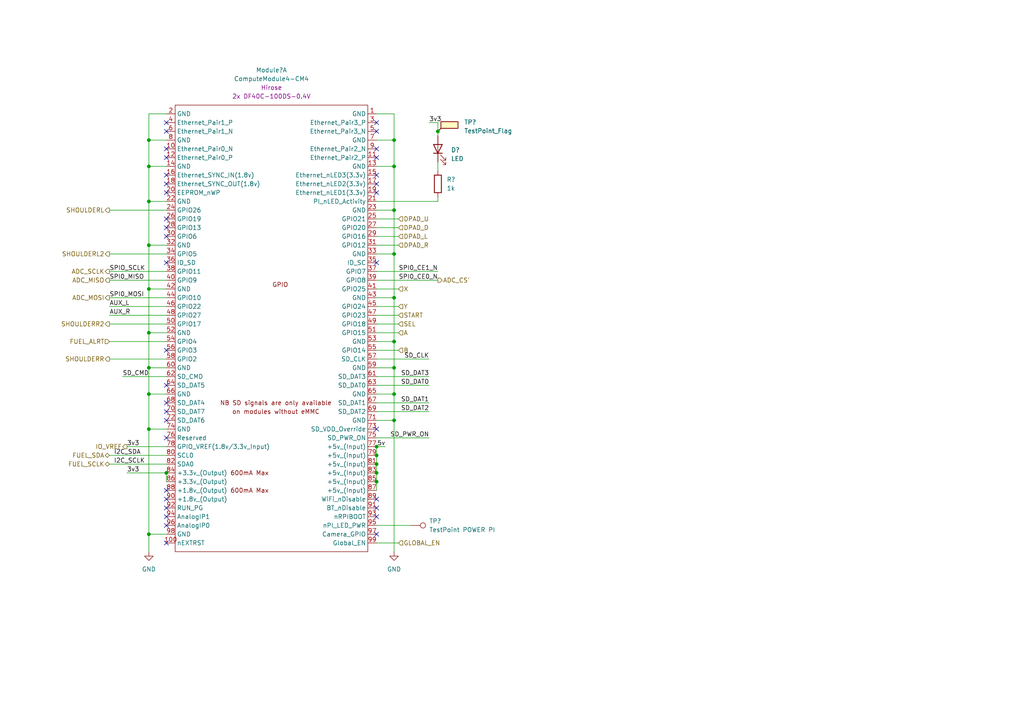
<source format=kicad_sch>
(kicad_sch (version 20211123) (generator eeschema)
  (paper "A4")
  (title_block (date "2022-05-14") (rev "Rev1") (comment 1 "https://github.com/cinnamondev/gamepithing"))
  (lib_symbols
    (symbol "CM4IO:ComputeModule4-CM4"
      (property "Reference" "Module" (at 113.03 -68.58 0))
      (property "Value" "ComputeModule4-CM4" (at 140.97 2.54 0))
      (property "Field4" "Hirose" (at 0 0 0))
      (property "Field5" "2x DF40C-100DS-0.4V" (at 0 -2.54 0))
      (symbol "ComputeModule4-CM4_1_0"
        (text "GPIO" (at 0 6.35 0) (effects (font (size 1.27 1.27))))
      )
      (symbol "ComputeModule4-CM4_1_1"
        (rectangle (start -30.48 -71.12) (end 25.4 58.42))
        (text "600mA Max" (at -8.89 -53.34 0) (effects (font (size 1.27 1.27))))
        (text "600mA Max" (at -8.89 -48.26 0) (effects (font (size 1.27 1.27))))
        (text "NB SD signals are only available" (at -1.27 -27.94 0) (effects (font (size 1.27 1.27))))
        (text "on modules without eMMC" (at -1.27 -30.48 0) (effects (font (size 1.27 1.27))))
        (pin power_in line (at 27.94 55.88 180) (length 2.54) (name "GND") (number "1"))
        (pin passive line (at -33.02 45.72 0) (length 2.54) (name "Ethernet_Pair0_N") (number "10"))
        (pin output line (at -33.02 -68.58 0) (length 2.54) (name "nEXTRST") (number "100"))
        (pin passive line (at 27.94 43.18 180) (length 2.54) (name "Ethernet_Pair2_P") (number "11"))
        (pin passive line (at -33.02 43.18 0) (length 2.54) (name "Ethernet_Pair0_P") (number "12"))
        (pin power_in line (at 27.94 40.64 180) (length 2.54) (name "GND") (number "13"))
        (pin power_in line (at -33.02 40.64 0) (length 2.54) (name "GND") (number "14"))
        (pin output line (at 27.94 38.1 180) (length 2.54) (name "Ethernet_nLED3(3.3v)") (number "15"))
        (pin input line (at -33.02 38.1 0) (length 2.54) (name "Ethernet_SYNC_IN(1.8v)") (number "16"))
        (pin output line (at 27.94 35.56 180) (length 2.54) (name "Ethernet_nLED2(3.3v)") (number "17"))
        (pin input line (at -33.02 35.56 0) (length 2.54) (name "Ethernet_SYNC_OUT(1.8v)") (number "18"))
        (pin output line (at 27.94 33.02 180) (length 2.54) (name "Ethernet_nLED1(3.3v)") (number "19"))
        (pin power_in line (at -33.02 55.88 0) (length 2.54) (name "GND") (number "2"))
        (pin passive line (at -33.02 33.02 0) (length 2.54) (name "EEPROM_nWP") (number "20"))
        (pin open_collector line (at 27.94 30.48 180) (length 2.54) (name "PI_nLED_Activity") (number "21"))
        (pin power_in line (at -33.02 30.48 0) (length 2.54) (name "GND") (number "22"))
        (pin power_in line (at 27.94 27.94 180) (length 2.54) (name "GND") (number "23"))
        (pin passive line (at -33.02 27.94 0) (length 2.54) (name "GPIO26") (number "24"))
        (pin passive line (at 27.94 25.4 180) (length 2.54) (name "GPIO21") (number "25"))
        (pin passive line (at -33.02 25.4 0) (length 2.54) (name "GPIO19") (number "26"))
        (pin passive line (at 27.94 22.86 180) (length 2.54) (name "GPIO20") (number "27"))
        (pin passive line (at -33.02 22.86 0) (length 2.54) (name "GPIO13") (number "28"))
        (pin passive line (at 27.94 20.32 180) (length 2.54) (name "GPIO16") (number "29"))
        (pin passive line (at 27.94 53.34 180) (length 2.54) (name "Ethernet_Pair3_P") (number "3"))
        (pin passive line (at -33.02 20.32 0) (length 2.54) (name "GPIO6") (number "30"))
        (pin passive line (at 27.94 17.78 180) (length 2.54) (name "GPIO12") (number "31"))
        (pin power_in line (at -33.02 17.78 0) (length 2.54) (name "GND") (number "32"))
        (pin power_in line (at 27.94 15.24 180) (length 2.54) (name "GND") (number "33"))
        (pin passive line (at -33.02 15.24 0) (length 2.54) (name "GPIO5") (number "34"))
        (pin passive line (at 27.94 12.7 180) (length 2.54) (name "ID_SC") (number "35"))
        (pin passive line (at -33.02 12.7 0) (length 2.54) (name "ID_SD") (number "36"))
        (pin passive line (at 27.94 10.16 180) (length 2.54) (name "GPIO7") (number "37"))
        (pin passive line (at -33.02 10.16 0) (length 2.54) (name "GPIO11") (number "38"))
        (pin passive line (at 27.94 7.62 180) (length 2.54) (name "GPIO8") (number "39"))
        (pin passive line (at -33.02 53.34 0) (length 2.54) (name "Ethernet_Pair1_P") (number "4"))
        (pin passive line (at -33.02 7.62 0) (length 2.54) (name "GPIO9") (number "40"))
        (pin passive line (at 27.94 5.08 180) (length 2.54) (name "GPIO25") (number "41"))
        (pin power_in line (at -33.02 5.08 0) (length 2.54) (name "GND") (number "42"))
        (pin power_in line (at 27.94 2.54 180) (length 2.54) (name "GND") (number "43"))
        (pin passive line (at -33.02 2.54 0) (length 2.54) (name "GPIO10") (number "44"))
        (pin passive line (at 27.94 0 180) (length 2.54) (name "GPIO24") (number "45"))
        (pin passive line (at -33.02 0 0) (length 2.54) (name "GPIO22") (number "46"))
        (pin passive line (at 27.94 -2.54 180) (length 2.54) (name "GPIO23") (number "47"))
        (pin passive line (at -33.02 -2.54 0) (length 2.54) (name "GPIO27") (number "48"))
        (pin passive line (at 27.94 -5.08 180) (length 2.54) (name "GPIO18") (number "49"))
        (pin passive line (at 27.94 50.8 180) (length 2.54) (name "Ethernet_Pair3_N") (number "5"))
        (pin passive line (at -33.02 -5.08 0) (length 2.54) (name "GPIO17") (number "50"))
        (pin passive line (at 27.94 -7.62 180) (length 2.54) (name "GPIO15") (number "51"))
        (pin power_in line (at -33.02 -7.62 0) (length 2.54) (name "GND") (number "52"))
        (pin power_in line (at 27.94 -10.16 180) (length 2.54) (name "GND") (number "53"))
        (pin passive line (at -33.02 -10.16 0) (length 2.54) (name "GPIO4") (number "54"))
        (pin passive line (at 27.94 -12.7 180) (length 2.54) (name "GPIO14") (number "55"))
        (pin passive line (at -33.02 -12.7 0) (length 2.54) (name "GPIO3") (number "56"))
        (pin passive line (at 27.94 -15.24 180) (length 2.54) (name "SD_CLK") (number "57"))
        (pin passive line (at -33.02 -15.24 0) (length 2.54) (name "GPIO2") (number "58"))
        (pin power_in line (at 27.94 -17.78 180) (length 2.54) (name "GND") (number "59"))
        (pin passive line (at -33.02 50.8 0) (length 2.54) (name "Ethernet_Pair1_N") (number "6"))
        (pin power_in line (at -33.02 -17.78 0) (length 2.54) (name "GND") (number "60"))
        (pin passive line (at 27.94 -20.32 180) (length 2.54) (name "SD_DAT3") (number "61"))
        (pin passive line (at -33.02 -20.32 0) (length 2.54) (name "SD_CMD") (number "62"))
        (pin passive line (at 27.94 -22.86 180) (length 2.54) (name "SD_DAT0") (number "63"))
        (pin passive line (at -33.02 -22.86 0) (length 2.54) (name "SD_DAT5") (number "64"))
        (pin power_in line (at 27.94 -25.4 180) (length 2.54) (name "GND") (number "65"))
        (pin power_in line (at -33.02 -25.4 0) (length 2.54) (name "GND") (number "66"))
        (pin passive line (at 27.94 -27.94 180) (length 2.54) (name "SD_DAT1") (number "67"))
        (pin passive line (at -33.02 -27.94 0) (length 2.54) (name "SD_DAT4") (number "68"))
        (pin passive line (at 27.94 -30.48 180) (length 2.54) (name "SD_DAT2") (number "69"))
        (pin power_in line (at 27.94 48.26 180) (length 2.54) (name "GND") (number "7"))
        (pin passive line (at -33.02 -30.48 0) (length 2.54) (name "SD_DAT7") (number "70"))
        (pin power_in line (at 27.94 -33.02 180) (length 2.54) (name "GND") (number "71"))
        (pin passive line (at -33.02 -33.02 0) (length 2.54) (name "SD_DAT6") (number "72"))
        (pin input line (at 27.94 -35.56 180) (length 2.54) (name "SD_VDD_Override") (number "73"))
        (pin power_in line (at -33.02 -35.56 0) (length 2.54) (name "GND") (number "74"))
        (pin output line (at 27.94 -38.1 180) (length 2.54) (name "SD_PWR_ON") (number "75"))
        (pin passive line (at -33.02 -38.1 0) (length 2.54) (name "Reserved") (number "76"))
        (pin power_in line (at 27.94 -40.64 180) (length 2.54) (name "+5v_(Input)") (number "77"))
        (pin power_in line (at -33.02 -40.64 0) (length 2.54) (name "GPIO_VREF(1.8v/3.3v_Input)") (number "78"))
        (pin power_in line (at 27.94 -43.18 180) (length 2.54) (name "+5v_(Input)") (number "79"))
        (pin power_in line (at -33.02 48.26 0) (length 2.54) (name "GND") (number "8"))
        (pin passive line (at -33.02 -43.18 0) (length 2.54) (name "SCL0") (number "80"))
        (pin power_in line (at 27.94 -45.72 180) (length 2.54) (name "+5v_(Input)") (number "81"))
        (pin passive line (at -33.02 -45.72 0) (length 2.54) (name "SDA0") (number "82"))
        (pin power_in line (at 27.94 -48.26 180) (length 2.54) (name "+5v_(Input)") (number "83"))
        (pin power_out line (at -33.02 -48.26 0) (length 2.54) (name "+3.3v_(Output)") (number "84"))
        (pin power_in line (at 27.94 -50.8 180) (length 2.54) (name "+5v_(Input)") (number "85"))
        (pin power_out line (at -33.02 -50.8 0) (length 2.54) (name "+3.3v_(Output)") (number "86"))
        (pin power_in line (at 27.94 -53.34 180) (length 2.54) (name "+5v_(Input)") (number "87"))
        (pin power_out line (at -33.02 -53.34 0) (length 2.54) (name "+1.8v_(Output)") (number "88"))
        (pin power_in line (at 27.94 -55.88 180) (length 2.54) (name "WiFi_nDisable") (number "89"))
        (pin passive line (at 27.94 45.72 180) (length 2.54) (name "Ethernet_Pair2_N") (number "9"))
        (pin power_out line (at -33.02 -55.88 0) (length 2.54) (name "+1.8v_(Output)") (number "90"))
        (pin power_in line (at 27.94 -58.42 180) (length 2.54) (name "BT_nDisable") (number "91"))
        (pin passive line (at -33.02 -58.42 0) (length 2.54) (name "RUN_PG") (number "92"))
        (pin input line (at 27.94 -60.96 180) (length 2.54) (name "nRPIBOOT") (number "93"))
        (pin passive line (at -33.02 -60.96 0) (length 2.54) (name "AnalogIP1") (number "94"))
        (pin output line (at 27.94 -63.5 180) (length 2.54) (name "nPI_LED_PWR") (number "95"))
        (pin passive line (at -33.02 -63.5 0) (length 2.54) (name "AnalogIP0") (number "96"))
        (pin passive line (at 27.94 -66.04 180) (length 2.54) (name "Camera_GPIO") (number "97"))
        (pin power_in line (at -33.02 -66.04 0) (length 2.54) (name "GND") (number "98"))
        (pin input line (at 27.94 -68.58 180) (length 2.54) (name "Global_EN") (number "99"))
      )
      (symbol "ComputeModule4-CM4_2_1"
        (rectangle (start 114.3 -66.04) (end 165.1 63.5))
        (text "High Speed Serial" (at 140.97 0 0) (effects (font (size 1.27 1.27))))
        (pin input line (at 170.18 60.96 180) (length 5.08) (name "USB_OTG_ID") (number "101"))
        (pin input line (at 109.22 60.96 0) (length 5.08) (name "PCIe_CLK_nREQ") (number "102"))
        (pin passive line (at 170.18 58.42 180) (length 5.08) (name "USB2_N") (number "103"))
        (pin passive line (at 109.22 58.42 0) (length 5.08) (name "Reserved") (number "104"))
        (pin passive line (at 170.18 55.88 180) (length 5.08) (name "USB2_P") (number "105"))
        (pin passive line (at 109.22 55.88 0) (length 5.08) (name "Reserved") (number "106"))
        (pin power_in line (at 170.18 53.34 180) (length 5.08) (name "GND") (number "107"))
        (pin power_in line (at 109.22 53.34 0) (length 5.08) (name "GND") (number "108"))
        (pin bidirectional line (at 170.18 50.8 180) (length 5.08) (name "PCIe_nRST") (number "109"))
        (pin output line (at 109.22 50.8 0) (length 5.08) (name "PCIe_CLK_P") (number "110"))
        (pin passive line (at 170.18 48.26 180) (length 5.08) (name "VDAC_COMP") (number "111"))
        (pin output line (at 109.22 48.26 0) (length 5.08) (name "PCIe_CLK_N") (number "112"))
        (pin power_in line (at 170.18 45.72 180) (length 5.08) (name "GND") (number "113"))
        (pin power_in line (at 109.22 45.72 0) (length 5.08) (name "GND") (number "114"))
        (pin input line (at 170.18 43.18 180) (length 5.08) (name "CAM1_D0_N") (number "115"))
        (pin input line (at 109.22 43.18 0) (length 5.08) (name "PCIe_RX_P") (number "116"))
        (pin input line (at 170.18 40.64 180) (length 5.08) (name "CAM1_D0_P") (number "117"))
        (pin input line (at 109.22 40.64 0) (length 5.08) (name "PCIe_RX_N") (number "118"))
        (pin power_in line (at 170.18 38.1 180) (length 5.08) (name "GND") (number "119"))
        (pin power_in line (at 109.22 38.1 0) (length 5.08) (name "GND") (number "120"))
        (pin input line (at 170.18 35.56 180) (length 5.08) (name "CAM1_D1_N") (number "121"))
        (pin output line (at 109.22 35.56 0) (length 5.08) (name "PCIe_TX_P") (number "122"))
        (pin input line (at 170.18 33.02 180) (length 5.08) (name "CAM1_D1_P") (number "123"))
        (pin output line (at 109.22 33.02 0) (length 5.08) (name "PCIe_TX_N") (number "124"))
        (pin power_in line (at 170.18 30.48 180) (length 5.08) (name "GND") (number "125"))
        (pin power_in line (at 109.22 30.48 0) (length 5.08) (name "GND") (number "126"))
        (pin input line (at 170.18 27.94 180) (length 5.08) (name "CAM1_C_N") (number "127"))
        (pin input line (at 109.22 27.94 0) (length 5.08) (name "CAM0_D0_N") (number "128"))
        (pin input line (at 170.18 25.4 180) (length 5.08) (name "CAM1_C_P") (number "129"))
        (pin input line (at 109.22 25.4 0) (length 5.08) (name "CAM0_D0_P") (number "130"))
        (pin power_in line (at 170.18 22.86 180) (length 5.08) (name "GND") (number "131"))
        (pin power_in line (at 109.22 22.86 0) (length 5.08) (name "GND") (number "132"))
        (pin input line (at 170.18 20.32 180) (length 5.08) (name "CAM1_D2_N") (number "133"))
        (pin input line (at 109.22 20.32 0) (length 5.08) (name "CAM0_D1_N") (number "134"))
        (pin input line (at 170.18 17.78 180) (length 5.08) (name "CAM1_D2_P") (number "135"))
        (pin input line (at 109.22 17.78 0) (length 5.08) (name "CAM0_D1_P") (number "136"))
        (pin power_in line (at 170.18 15.24 180) (length 5.08) (name "GND") (number "137"))
        (pin power_in line (at 109.22 15.24 0) (length 5.08) (name "GND") (number "138"))
        (pin input line (at 170.18 12.7 180) (length 5.08) (name "CAM1_D3_N") (number "139"))
        (pin input line (at 109.22 12.7 0) (length 5.08) (name "CAM0_C_N") (number "140"))
        (pin input line (at 170.18 10.16 180) (length 5.08) (name "CAM1_D3_P") (number "141"))
        (pin input line (at 109.22 10.16 0) (length 5.08) (name "CAM0_C_P") (number "142"))
        (pin input line (at 170.18 7.62 180) (length 5.08) (name "HDMI1_HOTPLUG") (number "143"))
        (pin power_in line (at 109.22 7.62 0) (length 5.08) (name "GND") (number "144"))
        (pin bidirectional line (at 170.18 5.08 180) (length 5.08) (name "HDMI1_SDA") (number "145"))
        (pin output line (at 109.22 5.08 0) (length 5.08) (name "HDMI1_TX2_P") (number "146"))
        (pin open_collector line (at 170.18 2.54 180) (length 5.08) (name "HDMI1_SCL") (number "147"))
        (pin output line (at 109.22 2.54 0) (length 5.08) (name "HDMI1_TX2_N") (number "148"))
        (pin open_collector line (at 170.18 0 180) (length 5.08) (name "HDMI1_CEC") (number "149"))
        (pin power_in line (at 109.22 0 0) (length 5.08) (name "GND") (number "150"))
        (pin open_collector line (at 170.18 -2.54 180) (length 5.08) (name "HDMI0_CEC") (number "151"))
        (pin output line (at 109.22 -2.54 0) (length 5.08) (name "HDMI1_TX1_P") (number "152"))
        (pin input line (at 170.18 -5.08 180) (length 5.08) (name "HDMI0_HOTPLUG") (number "153"))
        (pin output line (at 109.22 -5.08 0) (length 5.08) (name "HDMI1_TX1_N") (number "154"))
        (pin power_in line (at 170.18 -7.62 180) (length 5.08) (name "GND") (number "155"))
        (pin power_in line (at 109.22 -7.62 0) (length 5.08) (name "GND") (number "156"))
        (pin output line (at 170.18 -10.16 180) (length 5.08) (name "DSI0_D0_N") (number "157"))
        (pin output line (at 109.22 -10.16 0) (length 5.08) (name "HDMI1_TX0_P") (number "158"))
        (pin output line (at 170.18 -12.7 180) (length 5.08) (name "DSI0_D0_P") (number "159"))
        (pin output line (at 109.22 -12.7 0) (length 5.08) (name "HDMI1_TX0_N") (number "160"))
        (pin power_in line (at 170.18 -15.24 180) (length 5.08) (name "GND") (number "161"))
        (pin power_in line (at 109.22 -15.24 0) (length 5.08) (name "GND") (number "162"))
        (pin output line (at 170.18 -17.78 180) (length 5.08) (name "DSI0_D1_N") (number "163"))
        (pin output line (at 109.22 -17.78 0) (length 5.08) (name "HDMI1_CLK_P") (number "164"))
        (pin output line (at 170.18 -20.32 180) (length 5.08) (name "DSI0_D1_P") (number "165"))
        (pin output line (at 109.22 -20.32 0) (length 5.08) (name "HDMI1_CLK_N") (number "166"))
        (pin power_in line (at 170.18 -22.86 180) (length 5.08) (name "GND") (number "167"))
        (pin power_in line (at 109.22 -22.86 0) (length 5.08) (name "GND") (number "168"))
        (pin output line (at 170.18 -25.4 180) (length 5.08) (name "DSI0_C_N") (number "169"))
        (pin output line (at 109.22 -25.4 0) (length 5.08) (name "HDMI0_TX2_P") (number "170"))
        (pin output line (at 170.18 -27.94 180) (length 5.08) (name "DSI0_C_P") (number "171"))
        (pin output line (at 109.22 -27.94 0) (length 5.08) (name "HDMI0_TX2_N") (number "172"))
        (pin power_in line (at 170.18 -30.48 180) (length 5.08) (name "GND") (number "173"))
        (pin power_in line (at 109.22 -30.48 0) (length 5.08) (name "GND") (number "174"))
        (pin output line (at 170.18 -33.02 180) (length 5.08) (name "DSI1_D0_N") (number "175"))
        (pin output line (at 109.22 -33.02 0) (length 5.08) (name "HDMI0_TX1_P") (number "176"))
        (pin output line (at 170.18 -35.56 180) (length 5.08) (name "DSI1_D0_P") (number "177"))
        (pin output line (at 109.22 -35.56 0) (length 5.08) (name "HDMI0_TX1_N") (number "178"))
        (pin power_in line (at 170.18 -38.1 180) (length 5.08) (name "GND") (number "179"))
        (pin power_in line (at 109.22 -38.1 0) (length 5.08) (name "GND") (number "180"))
        (pin output line (at 170.18 -40.64 180) (length 5.08) (name "DSI1_D1_N") (number "181"))
        (pin output line (at 109.22 -40.64 0) (length 5.08) (name "HDMI0_TX0_P") (number "182"))
        (pin output line (at 170.18 -43.18 180) (length 5.08) (name "DSI1_D1_P") (number "183"))
        (pin output line (at 109.22 -43.18 0) (length 5.08) (name "HDMI0_TX0_N") (number "184"))
        (pin power_in line (at 170.18 -45.72 180) (length 5.08) (name "GND") (number "185"))
        (pin power_in line (at 109.22 -45.72 0) (length 5.08) (name "GND") (number "186"))
        (pin output line (at 170.18 -48.26 180) (length 5.08) (name "DSI1_C_N") (number "187"))
        (pin output line (at 109.22 -48.26 0) (length 5.08) (name "HDMI0_CLK_P") (number "188"))
        (pin output line (at 170.18 -50.8 180) (length 5.08) (name "DSI1_C_P") (number "189"))
        (pin output line (at 109.22 -50.8 0) (length 5.08) (name "HDMI0_CLK_N") (number "190"))
        (pin power_in line (at 170.18 -53.34 180) (length 5.08) (name "GND") (number "191"))
        (pin power_in line (at 109.22 -53.34 0) (length 5.08) (name "GND") (number "192"))
        (pin output line (at 170.18 -55.88 180) (length 5.08) (name "DSI1_D2_N") (number "193"))
        (pin output line (at 109.22 -55.88 0) (length 5.08) (name "DSI1_D3_N") (number "194"))
        (pin output line (at 170.18 -58.42 180) (length 5.08) (name "DSI1_D2_P") (number "195"))
        (pin output line (at 109.22 -58.42 0) (length 5.08) (name "DSI1_D3_P") (number "196"))
        (pin power_in line (at 170.18 -60.96 180) (length 5.08) (name "GND") (number "197"))
        (pin power_in line (at 109.22 -60.96 0) (length 5.08) (name "GND") (number "198"))
        (pin bidirectional line (at 170.18 -63.5 180) (length 5.08) (name "HDMI0_SDA") (number "199"))
        (pin open_collector line (at 109.22 -63.5 0) (length 5.08) (name "HDMI0_SCL") (number "200"))
      )
    )
    (symbol "Connector:TestPoint" (pin_numbers hide) (pin_names (offset 0.762) hide)
      (property "Reference" "TP" (at 0 6.858 0))
      (property "Value" "TestPoint" (at 0 5.08 0))
      (symbol "TestPoint_0_1"
        (circle (center 0 3.302) (radius 0.762))
      )
      (symbol "TestPoint_1_1"
        (pin passive line (at 0 0 90) (length 2.54) (name "1") (number "1"))
      )
    )
    (symbol "Connector:TestPoint_Flag" (pin_numbers hide) (pin_names (offset 0.762) hide)
      (property "Reference" "TP" (at 3.429 1.778 0))
      (property "Value" "TestPoint_Flag" (at 3.302 4.191 0))
      (symbol "TestPoint_Flag_0_1"
        (polyline (pts (xy 0 0) (xy 0.889 0.889)) (stroke (width 0.254)))
        (rectangle (start 0.889 2.794) (end 5.842 0.889) (stroke (width 0.254)) (fill (type background)))
      )
      (symbol "TestPoint_Flag_1_1"
        (pin passive line (at 0 0 90) (length 0) (name "1") (number "1"))
      )
    )
    (symbol "Device:LED" (pin_numbers hide) (pin_names (offset 1.016) hide)
      (property "Reference" "D" (at 0 2.54 0))
      (property "Value" "LED" (at 0 -2.54 0))
      (symbol "LED_0_1"
        (polyline (pts (xy -1.27 -1.27) (xy -1.27 1.27)) (stroke (width 0.254)))
        (polyline (pts (xy -1.27 0) (xy 1.27 0)))
        (polyline (pts (xy 1.27 -1.27) (xy 1.27 1.27) (xy -1.27 0) (xy 1.27 -1.27)) (stroke (width 0.254)))
        (polyline (pts (xy -3.048 -0.762) (xy -4.572 -2.286) (xy -3.81 -2.286) (xy -4.572 -2.286) (xy -4.572 -1.524)))
        (polyline (pts (xy -1.778 -0.762) (xy -3.302 -2.286) (xy -2.54 -2.286) (xy -3.302 -2.286) (xy -3.302 -1.524)))
      )
      (symbol "LED_1_1"
        (pin passive line (at -3.81 0 0) (length 2.54) (name "K") (number "1"))
        (pin passive line (at 3.81 0 180) (length 2.54) (name "A") (number "2"))
      )
    )
    (symbol "Device:R" (pin_numbers hide) (pin_names (offset 0))
      (property "Reference" "R" (at 2.032 0 90))
      (property "Value" "R" (at 0 0 90))
      (symbol "R_0_1"
        (rectangle (start -1.016 -2.54) (end 1.016 2.54) (stroke (width 0.254)))
      )
      (symbol "R_1_1"
        (pin passive line (at 0 3.81 270) (length 1.27) (name "~") (number "1"))
        (pin passive line (at 0 -3.81 90) (length 1.27) (name "~") (number "2"))
      )
    )
    (symbol "power:GND" (power) (pin_names (offset 0))
      (property "Value" "GND" (at 0 -3.81 0))
      (symbol "GND_0_1"
        (polyline (pts (xy 0 0) (xy 0 -1.27) (xy 1.27 -1.27) (xy 0 -2.54) (xy -1.27 -1.27) (xy 0 -1.27)))
      )
      (symbol "GND_1_1"
        (pin power_in line (at 0 0 270) (length 0) hide (name "GND") (number "1"))
      )
    )
  )
  (junction (at 114.3 73.66))
  (junction (at 43.18 106.68))
  (junction (at 43.18 58.42))
  (junction (at 43.18 71.12))
  (junction (at 114.3 114.3))
  (junction (at 114.3 121.92))
  (junction (at 114.3 86.36))
  (junction (at 43.18 96.52))
  (junction (at 114.3 99.06))
  (junction (at 114.3 48.26))
  (junction (at 114.3 60.96))
  (junction (at 109.22 137.16))
  (junction (at 114.3 106.68))
  (junction (at 43.18 124.46))
  (junction (at 127 38.1))
  (junction (at 48.26 137.16))
  (junction (at 109.22 132.08))
  (junction (at 109.22 129.54))
  (junction (at 114.3 40.64))
  (junction (at 43.18 114.3))
  (junction (at 43.18 154.94))
  (junction (at 43.18 48.26))
  (junction (at 109.22 134.62))
  (junction (at 109.22 139.7))
  (junction (at 43.18 40.64))
  (junction (at 43.18 83.82))
  (no_connect (at 48.26 144.78))
  (no_connect (at 48.26 142.24))
  (no_connect (at 48.26 116.84))
  (no_connect (at 48.26 119.38))
  (no_connect (at 48.26 121.92))
  (no_connect (at 48.26 111.76))
  (no_connect (at 48.26 127))
  (no_connect (at 109.22 124.46))
  (no_connect (at 48.26 157.48))
  (no_connect (at 48.26 152.4))
  (no_connect (at 48.26 149.86))
  (no_connect (at 48.26 147.32))
  (no_connect (at 48.26 101.6))
  (no_connect (at 109.22 147.32))
  (no_connect (at 109.22 144.78))
  (no_connect (at 109.22 154.94))
  (no_connect (at 109.22 35.56))
  (no_connect (at 109.22 38.1))
  (no_connect (at 109.22 50.8))
  (no_connect (at 109.22 45.72))
  (no_connect (at 109.22 43.18))
  (no_connect (at 109.22 55.88))
  (no_connect (at 109.22 53.34))
  (no_connect (at 109.22 76.2))
  (no_connect (at 109.22 149.86))
  (no_connect (at 48.26 76.2))
  (no_connect (at 48.26 66.04))
  (no_connect (at 48.26 68.58))
  (no_connect (at 48.26 35.56))
  (no_connect (at 48.26 38.1))
  (no_connect (at 48.26 43.18))
  (no_connect (at 48.26 45.72))
  (no_connect (at 48.26 50.8))
  (no_connect (at 48.26 53.34))
  (no_connect (at 48.26 55.88))
  (no_connect (at 48.26 63.5))
  (wire (pts (xy 127 58.42) (xy 109.22 58.42)))
  (wire (pts (xy 124.46 104.14) (xy 109.22 104.14)))
  (wire (pts (xy 114.3 60.96) (xy 114.3 73.66)))
  (wire (pts (xy 109.22 91.44) (xy 115.57 91.44)))
  (wire (pts (xy 109.22 139.7) (xy 109.22 142.24)))
  (wire (pts (xy 109.22 129.54) (xy 109.22 132.08)))
  (wire (pts (xy 109.22 111.76) (xy 124.46 111.76)))
  (wire (pts (xy 43.18 58.42) (xy 43.18 48.26)))
  (wire (pts (xy 43.18 124.46) (xy 43.18 114.3)))
  (wire (pts (xy 114.3 33.02) (xy 114.3 40.64)))
  (wire (pts (xy 31.75 86.36) (xy 48.26 86.36)))
  (wire (pts (xy 31.75 99.06) (xy 48.26 99.06)))
  (wire (pts (xy 43.18 83.82) (xy 43.18 96.52)))
  (wire (pts (xy 114.3 121.92) (xy 109.22 121.92)))
  (wire (pts (xy 114.3 40.64) (xy 114.3 48.26)))
  (wire (pts (xy 48.26 137.16) (xy 48.26 139.7)))
  (wire (pts (xy 109.22 78.74) (xy 127 78.74)))
  (wire (pts (xy 109.22 119.38) (xy 124.46 119.38)))
  (wire (pts (xy 109.22 99.06) (xy 114.3 99.06)))
  (wire (pts (xy 109.22 137.16) (xy 109.22 139.7)))
  (wire (pts (xy 43.18 106.68) (xy 43.18 114.3)))
  (wire (pts (xy 114.3 99.06) (xy 114.3 106.68)))
  (wire (pts (xy 127 38.1) (xy 127 39.37)))
  (wire (pts (xy 111.76 129.54) (xy 109.22 129.54)))
  (wire (pts (xy 114.3 160.02) (xy 114.3 121.92)))
  (wire (pts (xy 114.3 114.3) (xy 114.3 121.92)))
  (wire (pts (xy 109.22 88.9) (xy 115.57 88.9)))
  (wire (pts (xy 109.22 86.36) (xy 114.3 86.36)))
  (wire (pts (xy 109.22 73.66) (xy 114.3 73.66)))
  (wire (pts (xy 31.75 134.62) (xy 48.26 134.62)))
  (wire (pts (xy 109.22 60.96) (xy 114.3 60.96)))
  (wire (pts (xy 109.22 83.82) (xy 115.57 83.82)))
  (wire (pts (xy 43.18 48.26) (xy 48.26 48.26)))
  (wire (pts (xy 48.26 106.68) (xy 43.18 106.68)))
  (wire (pts (xy 43.18 124.46) (xy 48.26 124.46)))
  (wire (pts (xy 43.18 33.02) (xy 48.26 33.02)))
  (wire (pts (xy 109.22 93.98) (xy 115.57 93.98)))
  (wire (pts (xy 36.83 129.54) (xy 48.26 129.54)))
  (wire (pts (xy 35.56 109.22) (xy 48.26 109.22)))
  (wire (pts (xy 43.18 58.42) (xy 43.18 71.12)))
  (wire (pts (xy 114.3 48.26) (xy 114.3 60.96)))
  (wire (pts (xy 109.22 66.04) (xy 115.57 66.04)))
  (wire (pts (xy 43.18 154.94) (xy 48.26 154.94)))
  (wire (pts (xy 114.3 106.68) (xy 114.3 114.3)))
  (wire (pts (xy 109.22 127) (xy 124.46 127)))
  (wire (pts (xy 109.22 157.48) (xy 115.57 157.48)))
  (wire (pts (xy 109.22 106.68) (xy 114.3 106.68)))
  (wire (pts (xy 43.18 96.52) (xy 43.18 106.68)))
  (wire (pts (xy 109.22 81.28) (xy 127 81.28)))
  (wire (pts (xy 43.18 40.64) (xy 43.18 33.02)))
  (wire (pts (xy 114.3 86.36) (xy 114.3 99.06)))
  (wire (pts (xy 31.75 88.9) (xy 48.26 88.9)))
  (wire (pts (xy 109.22 40.64) (xy 114.3 40.64)))
  (wire (pts (xy 43.18 71.12) (xy 48.26 71.12)))
  (wire (pts (xy 43.18 160.02) (xy 43.18 154.94)))
  (wire (pts (xy 31.75 73.66) (xy 48.26 73.66)))
  (wire (pts (xy 36.83 137.16) (xy 48.26 137.16)))
  (wire (pts (xy 109.22 134.62) (xy 109.22 137.16)))
  (wire (pts (xy 114.3 73.66) (xy 114.3 86.36)))
  (wire (pts (xy 127 57.15) (xy 127 58.42)))
  (wire (pts (xy 109.22 116.84) (xy 124.46 116.84)))
  (wire (pts (xy 43.18 71.12) (xy 43.18 83.82)))
  (wire (pts (xy 127 46.99) (xy 127 49.53)))
  (wire (pts (xy 109.22 101.6) (xy 115.57 101.6)))
  (wire (pts (xy 109.22 109.22) (xy 124.46 109.22)))
  (wire (pts (xy 31.75 91.44) (xy 48.26 91.44)))
  (wire (pts (xy 109.22 114.3) (xy 114.3 114.3)))
  (wire (pts (xy 31.75 93.98) (xy 48.26 93.98)))
  (wire (pts (xy 43.18 48.26) (xy 43.18 40.64)))
  (wire (pts (xy 109.22 152.4) (xy 119.38 152.4)))
  (wire (pts (xy 31.75 81.28) (xy 48.26 81.28)))
  (wire (pts (xy 43.18 96.52) (xy 48.26 96.52)))
  (wire (pts (xy 31.75 78.74) (xy 48.26 78.74)))
  (wire (pts (xy 31.75 132.08) (xy 48.26 132.08)))
  (wire (pts (xy 127 35.56) (xy 127 38.1)))
  (wire (pts (xy 109.22 63.5) (xy 115.57 63.5)))
  (wire (pts (xy 109.22 48.26) (xy 114.3 48.26)))
  (wire (pts (xy 43.18 154.94) (xy 43.18 124.46)))
  (wire (pts (xy 124.46 35.56) (xy 127 35.56)))
  (wire (pts (xy 43.18 114.3) (xy 48.26 114.3)))
  (wire (pts (xy 43.18 40.64) (xy 48.26 40.64)))
  (wire (pts (xy 43.18 58.42) (xy 48.26 58.42)))
  (wire (pts (xy 109.22 33.02) (xy 114.3 33.02)))
  (wire (pts (xy 109.22 132.08) (xy 109.22 134.62)))
  (wire (pts (xy 109.22 68.58) (xy 115.57 68.58)))
  (wire (pts (xy 31.75 104.14) (xy 48.26 104.14)))
  (wire (pts (xy 31.75 60.96) (xy 48.26 60.96)))
  (wire (pts (xy 109.22 96.52) (xy 115.57 96.52)))
  (wire (pts (xy 109.22 71.12) (xy 115.57 71.12)))
  (wire (pts (xy 43.18 83.82) (xy 48.26 83.82)))
  (label "AUX_L" (at 31.75 88.9 0))
  (label "3v3" (at 124.46 35.56 0))
  (label "SD_DAT0" (at 124.46 111.76 180))
  (label "3v3" (at 36.83 129.54 0))
  (label "SPI0_MOSI" (at 31.75 86.36 0))
  (label "SPI0_CE1_N" (at 127 78.74 180))
  (label "SPIO_SCLK" (at 31.75 78.74 0))
  (label "SD_DAT3" (at 124.46 109.22 180))
  (label "5v" (at 111.76 129.54 180))
  (label "AUX_R" (at 31.75 91.44 0))
  (label "SPI0_MISO" (at 31.75 81.28 0))
  (label "SD_CMD" (at 35.56 109.22 0))
  (label "3v3" (at 36.83 137.16 0))
  (label "SD_DAT1" (at 124.46 116.84 180))
  (label "SPI0_CE0_N" (at 127 81.28 180))
  (label "I2C_SDA" (at 33.02 132.08 0))
  (label "I2C_SCLK" (at 33.02 134.62 0))
  (label "SD_CLK" (at 124.46 104.14 180))
  (label "SD_DAT2" (at 124.46 119.38 180))
  (label "SD_PWR_ON" (at 124.46 127 180))
  (hierarchical_label "ADC_SCLK" (shape output) (at 31.75 78.74 180))
  (hierarchical_label "FUEL_SDA" (shape bidirectional) (at 31.75 132.08 180))
  (hierarchical_label "SHOULDERL" (shape output) (at 31.75 60.96 180))
  (hierarchical_label "B" (shape input) (at 115.57 101.6 0))
  (hierarchical_label "ADC_MISO" (shape output) (at 31.75 81.28 180))
  (hierarchical_label "ADC_MOSI" (shape output) (at 31.75 86.36 180))
  (hierarchical_label "A" (shape input) (at 115.57 96.52 0))
  (hierarchical_label "SEL" (shape input) (at 115.57 93.98 0))
  (hierarchical_label "X" (shape input) (at 115.57 83.82 0))
  (hierarchical_label "IO_VREF" (shape output) (at 36.83 129.54 180))
  (hierarchical_label "FUEL_ALRT" (shape input) (at 31.75 99.06 180))
  (hierarchical_label "FUEL_SCLK" (shape bidirectional) (at 31.75 134.62 180))
  (hierarchical_label "DPAD_R" (shape input) (at 115.57 71.12 0))
  (hierarchical_label "DPAD_D" (shape input) (at 115.57 66.04 0))
  (hierarchical_label "Y" (shape input) (at 115.57 88.9 0))
  (hierarchical_label "SHOULDERR" (shape output) (at 31.75 104.14 180))
  (hierarchical_label "GLOBAL_EN" (shape input) (at 115.57 157.48 0))
  (hierarchical_label "DPAD_L" (shape input) (at 115.57 68.58 0))
  (hierarchical_label "START" (shape input) (at 115.57 91.44 0))
  (hierarchical_label "SHOULDERR2" (shape output) (at 31.75 93.98 180))
  (hierarchical_label "SHOULDERL2" (shape output) (at 31.75 73.66 180))
  (hierarchical_label "ADC_CS'" (shape output) (at 127 81.28 0))
  (hierarchical_label "DPAD_U" (shape input) (at 115.57 63.5 0))
  (symbol (lib_id "Connector:TestPoint_Flag") (at 127 38.1 0) (unit 1)
    (property "Reference" "TP?" (at 134.62 35.4329 0) (effects (justify left)))
    (property "Value" "TestPoint_Flag" (at 134.62 37.9729 0) (effects (justify left)))
    (property "Footprint" "TestPoint:TestPoint_THTPad_1.0x1.0mm_Drill0.5mm" (effects hide))
  )
  (symbol (lib_id "Connector:TestPoint") (at 119.38 152.4 270) (unit 1)
    (property "Reference" "TP?" (at 124.46 151.1299 90) (effects (justify left)))
    (property "Value" "TestPoint POWER PI" (at 124.46 153.6699 90) (effects (justify left)))
    (property "Footprint" "TestPoint:TestPoint_THTPad_1.0x1.0mm_Drill0.5mm" (effects hide))
  )
  (symbol (lib_id "power:GND") (at 114.3 160.02 0) (unit 1)
    (property "Reference" "#PWR?" (effects hide))
    (property "Value" "GND" (at 114.3 165.1 0))
  )
  (symbol (lib_id "Device:LED") (at 127 43.18 90) (unit 1)
    (property "Reference" "D?" (at 130.81 43.4974 90) (effects (justify right)))
    (property "Value" "LED" (at 130.81 46.0374 90) (effects (justify right)))
    (property "Footprint" "LED_SMD:LED_0805_2012Metric_Pad1.15x1.40mm_HandSolder" (effects hide))
    (property "Field4" "https://www.mouser.co.uk/ProductDetail/Wurth-Elektronik/150080GS75000?qs=2kOmHSv6VfQRoTEZVk1mGA%3D%3D" (effects hide))
  )
  (symbol (lib_id "power:GND") (at 43.18 160.02 0) (unit 1)
    (property "Reference" "#PWR?" (effects hide))
    (property "Value" "GND" (at 43.18 165.1 0))
  )
  (symbol (lib_id "Device:R") (at 127 53.34 0) (unit 1)
    (property "Reference" "R?" (at 129.54 52.0699 0) (effects (justify left)))
    (property "Value" "1k" (at 129.54 54.6099 0) (effects (justify left)))
    (property "Footprint" "Resistor_SMD:R_0805_2012Metric_Pad1.20x1.40mm_HandSolder" (effects hide))
  )
  (symbol (lib_id "CM4IO:ComputeModule4-CM4") (at 81.28 88.9 0) (unit 1)
    (property "Reference" "Module?" (at 78.74 20.32 0))
    (property "Value" "ComputeModule4-CM4" (at 78.74 22.86 0))
    (property "Footprint" "CM4IO:Raspberry-Pi-4-Compute-Module" (effects hide))
    (property "Field4" "Hirose" (at 78.74 25.4 0))
    (property "Field5" "2x DF40C-100DS-0.4V" (at 78.74 27.94 0))
  )
)
</source>
